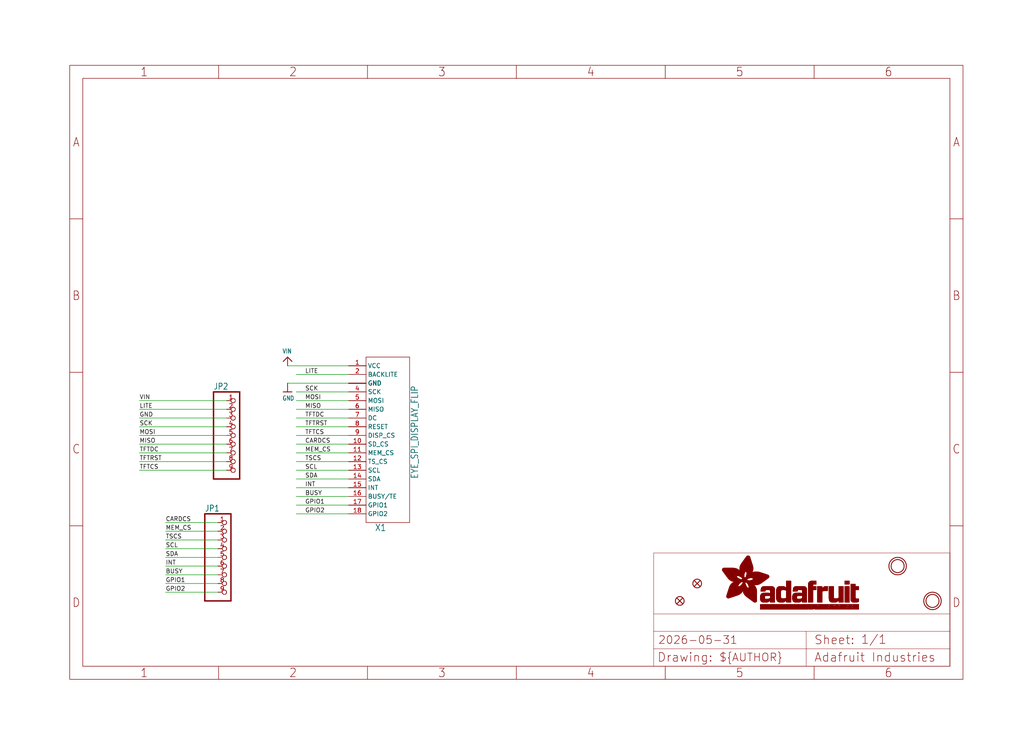
<source format=kicad_sch>
(kicad_sch (version 20230121) (generator eeschema)
  (paper "User" 298.45 217.322)
  (lib_symbols
    (symbol "working-eagle-import:EYE_SPI_DISPLAY_FLIP"
      (property "Reference" "X" (at 2.54 -27.94 0))
      (symbol "EYE_SPI_DISPLAY_FLIP_1_0"
        (pin power_in line (at -5.08 20.32 0) (length 5.08) (name "VCC") (number "1"))
        (pin input line (at -5.08 -2.54 0) (length 5.08) (name "SD_CS") (number "10"))
        (pin input line (at -5.08 -5.08 0) (length 5.08) (name "MEM_CS") (number "11"))
        (pin input line (at -5.08 -7.62 0) (length 5.08) (name "TS_CS") (number "12"))
        (pin input line (at -5.08 -10.16 0) (length 5.08) (name "SCL") (number "13"))
        (pin bidirectional line (at -5.08 -12.7 0) (length 5.08) (name "SDA") (number "14"))
        (pin output line (at -5.08 -15.24 0) (length 5.08) (name "INT") (number "15"))
        (pin output line (at -5.08 -17.78 0) (length 5.08) (name "BUSY/TE") (number "16"))
        (pin passive line (at -5.08 -20.32 0) (length 5.08) (name "GPIO1") (number "17"))
        (pin passive line (at -5.08 -22.86 0) (length 5.08) (name "GPIO2") (number "18"))
        (pin input line (at -5.08 17.78 0) (length 5.08) (name "BACKLITE") (number "2"))
        (pin power_in line (at -5.08 15.24 0) (length 5.08) (name "GND") (number "3"))
        (pin input line (at -5.08 12.7 0) (length 5.08) (name "SCK") (number "4"))
        (pin input line (at -5.08 10.16 0) (length 5.08) (name "MOSI") (number "5"))
        (pin output line (at -5.08 7.62 0) (length 5.08) (name "MISO") (number "6"))
        (pin input line (at -5.08 5.08 0) (length 5.08) (name "DC") (number "7"))
        (pin input line (at -5.08 2.54 0) (length 5.08) (name "RESET") (number "8"))
        (pin input line (at -5.08 0 0) (length 5.08) (name "DISP_CS") (number "9"))
        (pin power_in line (at -5.08 15.24 0) (length 5.08) (name "GND") (number "SUPPORT1"))
        (pin power_in line (at -5.08 15.24 0) (length 5.08) (name "GND") (number "SUPPORT2"))
      )
    )
    (symbol "working-eagle-import:FIDUCIAL_1MM")
    (symbol "working-eagle-import:FRAME_A4_ADAFRUIT"
      (symbol "FRAME_A4_ADAFRUIT_1_0"
        (text "${#}/${##}" (at 230.505 10.16 0) (effects (font (size 2.54 2.54)) (justify left bottom)))
        (text "${AUTHOR}" (at 189.23 5.08 0) (effects (font (size 2.286 2.286)) (justify left bottom)))
        (text "${CURRENT_DATE}" (at 171.45 10.16 0) (effects (font (size 2.286 2.286)) (justify left bottom)))
        (text "${PROJECTNAME}" (at 171.45 15.24 0) (effects (font (size 2.54 2.54)) (justify left bottom)))
        (text "1" (at 21.6958 1.905 0) (effects (font (size 2.54 2.286))))
        (text "1" (at 21.6958 177.165 0) (effects (font (size 2.54 2.286))))
        (text "2" (at 65.0875 1.905 0) (effects (font (size 2.54 2.286))))
        (text "2" (at 65.0875 177.165 0) (effects (font (size 2.54 2.286))))
        (text "3" (at 108.4792 1.905 0) (effects (font (size 2.54 2.286))))
        (text "3" (at 108.4792 177.165 0) (effects (font (size 2.54 2.286))))
        (text "4" (at 151.8708 1.905 0) (effects (font (size 2.54 2.286))))
        (text "4" (at 151.8708 177.165 0) (effects (font (size 2.54 2.286))))
        (text "5" (at 195.2625 1.905 0) (effects (font (size 2.54 2.286))))
        (text "5" (at 195.2625 177.165 0) (effects (font (size 2.54 2.286))))
        (text "6" (at 238.6542 1.905 0) (effects (font (size 2.54 2.286))))
        (text "6" (at 238.6542 177.165 0) (effects (font (size 2.54 2.286))))
        (text "A" (at 1.905 156.6863 0) (effects (font (size 2.54 2.286))))
        (text "A" (at 258.445 156.6863 0) (effects (font (size 2.54 2.286))))
        (text "Adafruit Industries" (at 216.916 4.953 0) (effects (font (size 2.54 2.54)) (justify left bottom)))
        (text "B" (at 1.905 111.9188 0) (effects (font (size 2.54 2.286))))
        (text "B" (at 258.445 111.9188 0) (effects (font (size 2.54 2.286))))
        (text "C" (at 1.905 67.1513 0) (effects (font (size 2.54 2.286))))
        (text "C" (at 258.445 67.1513 0) (effects (font (size 2.54 2.286))))
        (text "D" (at 1.905 22.3838 0) (effects (font (size 2.54 2.286))))
        (text "D" (at 258.445 22.3838 0) (effects (font (size 2.54 2.286))))
        (text "Drawing:" (at 171.196 4.953 0) (effects (font (size 2.54 2.54)) (justify left bottom)))
        (text "Sheet:" (at 216.916 10.033 0) (effects (font (size 2.54 2.54)) (justify left bottom)))
      )
    )
    (symbol "working-eagle-import:GND" (power)
      (property "Value" "GND" (at -1.524 -2.54 0))
      (symbol "GND_1_0"
        (pin power_in line (at 0 2.54 270) (length 2.54) (name "GND") (number "1"))
      )
    )
    (symbol "working-eagle-import:HEADER-1X970MIL"
      (property "Reference" "JP" (at -6.35 13.335 0))
      (symbol "HEADER-1X970MIL_1_0"
        (pin passive inverted (at -2.54 10.16 0) (length 2.54) (name "1") (number "1"))
        (pin passive inverted (at -2.54 7.62 0) (length 2.54) (name "2") (number "2"))
        (pin passive inverted (at -2.54 5.08 0) (length 2.54) (name "3") (number "3"))
        (pin passive inverted (at -2.54 2.54 0) (length 2.54) (name "4") (number "4"))
        (pin passive inverted (at -2.54 0 0) (length 2.54) (name "5") (number "5"))
        (pin passive inverted (at -2.54 -2.54 0) (length 2.54) (name "6") (number "6"))
        (pin passive inverted (at -2.54 -5.08 0) (length 2.54) (name "7") (number "7"))
        (pin passive inverted (at -2.54 -7.62 0) (length 2.54) (name "8") (number "8"))
        (pin passive inverted (at -2.54 -10.16 0) (length 2.54) (name "9") (number "9"))
      )
    )
    (symbol "working-eagle-import:MOUNTINGHOLE2.5")
    (symbol "working-eagle-import:VIN" (power)
      (property "Value" "VIN" (at -1.524 1.016 0))
      (symbol "VIN_1_0"
        (pin power_in line (at 0 -2.54 90) (length 2.54) (name "VIN") (number "1"))
      )
    )
  )
  (wire (pts (xy 66.04 127) (xy 40.64 127)) (stroke (width 0.1524)))
  (wire (pts (xy 86.36 134.62) (xy 101.6 134.62)) (stroke (width 0.1524)))
  (wire (pts (xy 83.82 111.76) (xy 101.6 111.76)) (stroke (width 0.1524)))
  (wire (pts (xy 101.6 121.92) (xy 86.36 121.92)) (stroke (width 0.1524)))
  (wire (pts (xy 66.04 134.62) (xy 40.64 134.62)) (stroke (width 0.1524)))
  (wire (pts (xy 40.64 137.16) (xy 66.04 137.16)) (stroke (width 0.1524)))
  (wire (pts (xy 83.82 106.68) (xy 101.6 106.68)) (stroke (width 0.1524)))
  (wire (pts (xy 86.36 127) (xy 101.6 127)) (stroke (width 0.1524)))
  (wire (pts (xy 48.26 162.56) (xy 63.5 162.56)) (stroke (width 0.1524)))
  (wire (pts (xy 101.6 149.86) (xy 86.36 149.86)) (stroke (width 0.1524)))
  (wire (pts (xy 101.6 109.22) (xy 86.36 109.22)) (stroke (width 0.1524)))
  (wire (pts (xy 63.5 165.1) (xy 48.26 165.1)) (stroke (width 0.1524)))
  (wire (pts (xy 101.6 124.46) (xy 86.36 124.46)) (stroke (width 0.1524)))
  (wire (pts (xy 101.6 142.24) (xy 86.36 142.24)) (stroke (width 0.1524)))
  (wire (pts (xy 63.5 170.18) (xy 48.26 170.18)) (stroke (width 0.1524)))
  (wire (pts (xy 66.04 124.46) (xy 40.64 124.46)) (stroke (width 0.1524)))
  (wire (pts (xy 101.6 116.84) (xy 86.36 116.84)) (stroke (width 0.1524)))
  (wire (pts (xy 63.5 160.02) (xy 48.26 160.02)) (stroke (width 0.1524)))
  (wire (pts (xy 66.04 116.84) (xy 40.64 116.84)) (stroke (width 0.1524)))
  (wire (pts (xy 48.26 157.48) (xy 63.5 157.48)) (stroke (width 0.1524)))
  (wire (pts (xy 48.26 172.72) (xy 63.5 172.72)) (stroke (width 0.1524)))
  (wire (pts (xy 101.6 129.54) (xy 86.36 129.54)) (stroke (width 0.1524)))
  (wire (pts (xy 66.04 121.92) (xy 40.64 121.92)) (stroke (width 0.1524)))
  (wire (pts (xy 86.36 119.38) (xy 101.6 119.38)) (stroke (width 0.1524)))
  (wire (pts (xy 86.36 144.78) (xy 101.6 144.78)) (stroke (width 0.1524)))
  (wire (pts (xy 66.04 119.38) (xy 40.64 119.38)) (stroke (width 0.1524)))
  (wire (pts (xy 101.6 147.32) (xy 86.36 147.32)) (stroke (width 0.1524)))
  (wire (pts (xy 48.26 167.64) (xy 63.5 167.64)) (stroke (width 0.1524)))
  (wire (pts (xy 63.5 154.94) (xy 48.26 154.94)) (stroke (width 0.1524)))
  (wire (pts (xy 101.6 114.3) (xy 86.36 114.3)) (stroke (width 0.1524)))
  (wire (pts (xy 66.04 132.08) (xy 40.64 132.08)) (stroke (width 0.1524)))
  (wire (pts (xy 101.6 132.08) (xy 86.36 132.08)) (stroke (width 0.1524)))
  (wire (pts (xy 63.5 152.4) (xy 48.26 152.4)) (stroke (width 0.1524)))
  (wire (pts (xy 101.6 137.16) (xy 86.36 137.16)) (stroke (width 0.1524)))
  (wire (pts (xy 86.36 139.7) (xy 101.6 139.7)) (stroke (width 0.1524)))
  (wire (pts (xy 40.64 129.54) (xy 66.04 129.54)) (stroke (width 0.1524)))
  (label "LITE" (at 40.64 119.38 0) (effects (font (size 1.2446 1.2446))))
  (label "TFTCS" (at 40.64 137.16 0) (effects (font (size 1.2446 1.2446))))
  (label "TFTDC" (at 88.9 121.92 0) (effects (font (size 1.2446 1.2446))))
  (label "GPIO1" (at 48.26 170.18 0) (effects (font (size 1.2446 1.2446))))
  (label "TSCS" (at 48.26 157.48 0) (effects (font (size 1.2446 1.2446))))
  (label "INT" (at 48.26 165.1 0) (effects (font (size 1.2446 1.2446))))
  (label "BUSY" (at 48.26 167.64 0) (effects (font (size 1.2446 1.2446))))
  (label "MEM_CS" (at 48.26 154.94 0) (effects (font (size 1.2446 1.2446))))
  (label "TFTRST" (at 88.9 124.46 0) (effects (font (size 1.2446 1.2446))))
  (label "MEM_CS" (at 88.9 132.08 0) (effects (font (size 1.2446 1.2446))))
  (label "TSCS" (at 88.9 134.62 0) (effects (font (size 1.2446 1.2446))))
  (label "TFTRST" (at 40.64 134.62 0) (effects (font (size 1.2446 1.2446))))
  (label "TFTDC" (at 40.64 132.08 0) (effects (font (size 1.2446 1.2446))))
  (label "VIN" (at 40.64 116.84 0) (effects (font (size 1.2446 1.2446))))
  (label "MISO" (at 40.64 129.54 0) (effects (font (size 1.2446 1.2446))))
  (label "CARDCS" (at 48.26 152.4 0) (effects (font (size 1.2446 1.2446))))
  (label "SCL" (at 88.9 137.16 0) (effects (font (size 1.2446 1.2446))))
  (label "BUSY" (at 88.9 144.78 0) (effects (font (size 1.2446 1.2446))))
  (label "SCK" (at 40.64 124.46 0) (effects (font (size 1.2446 1.2446))))
  (label "GPIO2" (at 88.9 149.86 0) (effects (font (size 1.2446 1.2446))))
  (label "CARDCS" (at 88.9 129.54 0) (effects (font (size 1.2446 1.2446))))
  (label "MISO" (at 88.9 119.38 0) (effects (font (size 1.2446 1.2446))))
  (label "SDA" (at 48.26 162.56 0) (effects (font (size 1.2446 1.2446))))
  (label "SCL" (at 48.26 160.02 0) (effects (font (size 1.2446 1.2446))))
  (label "MOSI" (at 88.9 116.84 0) (effects (font (size 1.2446 1.2446))))
  (label "SCK" (at 88.9 114.3 0) (effects (font (size 1.2446 1.2446))))
  (label "INT" (at 88.9 142.24 0) (effects (font (size 1.2446 1.2446))))
  (label "GPIO2" (at 48.26 172.72 0) (effects (font (size 1.2446 1.2446))))
  (label "SDA" (at 88.9 139.7 0) (effects (font (size 1.2446 1.2446))))
  (label "GPIO1" (at 88.9 147.32 0) (effects (font (size 1.2446 1.2446))))
  (label "GND" (at 40.64 121.92 0) (effects (font (size 1.2446 1.2446))))
  (label "MOSI" (at 40.64 127 0) (effects (font (size 1.2446 1.2446))))
  (label "LITE" (at 88.9 109.22 0) (effects (font (size 1.2446 1.2446))))
  (label "TFTCS" (at 88.9 127 0) (effects (font (size 1.2446 1.2446))))
  (symbol (lib_id "working-eagle-import:EYE_SPI_DISPLAY_FLIP") (at 106.68 127 0) (unit 1)
    (property "Reference" "X1" (at 109.22 154.94 0) (effects (font (size 1.9304 1.6408)) (justify left bottom)))
    (property "Value" "EYE_SPI_DISPLAY_FLIP" (at 121.92 139.7 90) (effects (font (size 1.9304 1.6408)) (justify left bottom)))
    (property "Footprint" "working:EYE_SPI_DISPLAY_BOTCONTACT" (effects hide))
  )
  (symbol (lib_id "working-eagle-import:HEADER-1X970MIL") (at 68.58 127 0) (unit 1)
    (property "Reference" "JP2" (at 62.23 113.665 0) (effects (font (size 1.778 1.5113)) (justify left bottom)))
    (property "Value" "HEADER-1X970MIL" (effects hide))
    (property "Footprint" "working:1X09_ROUND_70" (effects hide))
  )
  (symbol (lib_id "working-eagle-import:VIN") (at 83.82 104.14 0) (unit 1)
    (property "Reference" "#U$3" (effects hide))
    (property "Value" "VIN" (at 82.296 103.124 0) (effects (font (size 1.27 1.0795)) (justify left bottom)))
  )
  (symbol (lib_id "working-eagle-import:MOUNTINGHOLE2.5") (at 261.62 165.1 0) (unit 1)
    (property "Reference" "U$10" (effects hide))
    (property "Value" "MOUNTINGHOLE2.5" (effects hide))
    (property "Footprint" "working:MOUNTINGHOLE_2.5_PLATED" (effects hide))
  )
  (symbol (lib_id "working-eagle-import:GND") (at 83.82 114.3 0) (unit 1)
    (property "Reference" "#U$18" (effects hide))
    (property "Value" "GND" (at 82.296 116.84 0) (effects (font (size 1.27 1.0795)) (justify left bottom)))
  )
  (symbol (lib_id "working-eagle-import:FIDUCIAL_1MM") (at 198.12 175.26 0) (unit 1)
    (property "Reference" "U$4" (effects hide))
    (property "Value" "FIDUCIAL_1MM" (effects hide))
    (property "Footprint" "working:FIDUCIAL_1MM" (effects hide))
  )
  (symbol (lib_id "working-eagle-import:HEADER-1X970MIL") (at 66.04 162.56 0) (unit 1)
    (property "Reference" "JP1" (at 59.69 149.225 0) (effects (font (size 1.778 1.5113)) (justify left bottom)))
    (property "Value" "HEADER-1X970MIL" (effects hide))
    (property "Footprint" "working:1X09_ROUND_70" (effects hide))
  )
  (symbol (lib_id "working-eagle-import:MOUNTINGHOLE2.5") (at 271.78 175.26 0) (unit 1)
    (property "Reference" "U$9" (effects hide))
    (property "Value" "MOUNTINGHOLE2.5" (effects hide))
    (property "Footprint" "working:MOUNTINGHOLE_2.5_PLATED" (effects hide))
  )
  (symbol (lib_id "working-eagle-import:FIDUCIAL_1MM") (at 203.2 170.18 0) (unit 1)
    (property "Reference" "U$5" (effects hide))
    (property "Value" "FIDUCIAL_1MM" (effects hide))
    (property "Footprint" "working:FIDUCIAL_1MM" (effects hide))
  )
  (symbol (lib_id "working-eagle-import:FRAME_A4_ADAFRUIT") (at 20.32 198.12 0) (unit 1)
    (property "Reference" "#U$6" (effects hide))
    (property "Value" "FRAME_A4_ADAFRUIT" (effects hide))
  )
)
</source>
